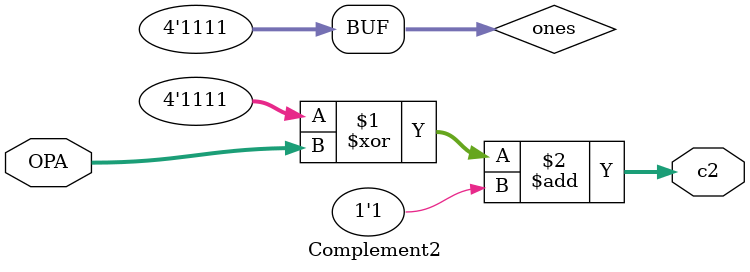
<source format=sv>
module Complement2 #(parameter bus = 4) (input logic [bus-1:0] OPA, output logic [bus-1:0] c2);

    logic [bus-1:0] ones;
    //assign ones = ~0;
    assign ones = '1;
    assign c2 = (ones ^ OPA) + 1'b1;

endmodule

</source>
